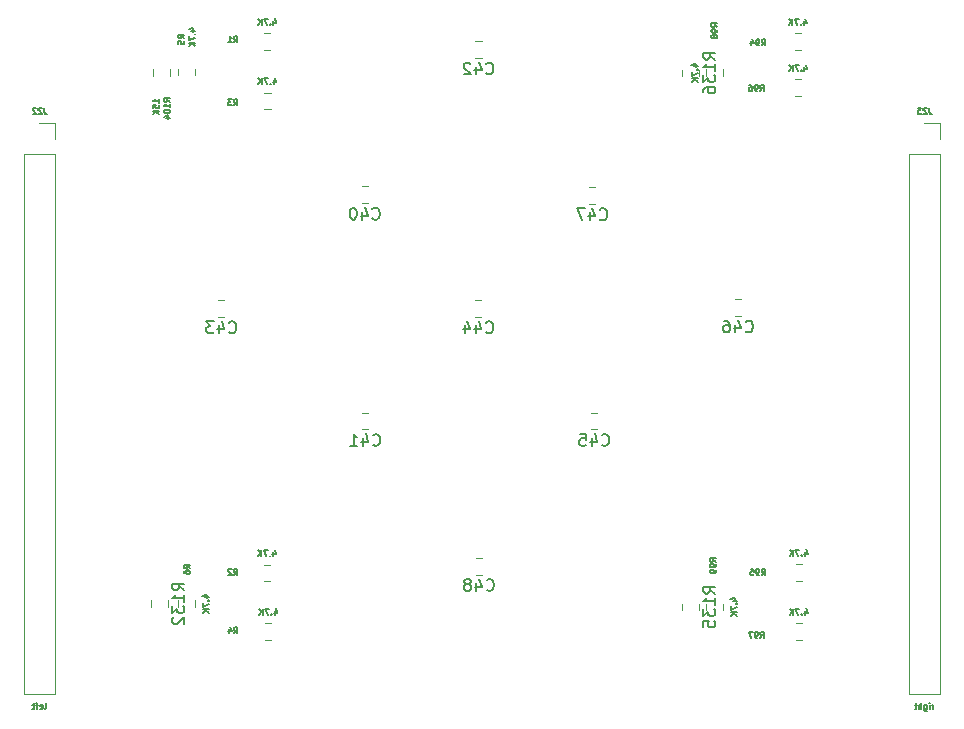
<source format=gbr>
G04 #@! TF.GenerationSoftware,KiCad,Pcbnew,(5.1.5-0)*
G04 #@! TF.CreationDate,2021-05-05T09:22:12-05:00*
G04 #@! TF.ProjectId,bells-venn,62656c6c-732d-4766-956e-6e2e6b696361,rev?*
G04 #@! TF.SameCoordinates,Original*
G04 #@! TF.FileFunction,Legend,Bot*
G04 #@! TF.FilePolarity,Positive*
%FSLAX46Y46*%
G04 Gerber Fmt 4.6, Leading zero omitted, Abs format (unit mm)*
G04 Created by KiCad (PCBNEW (5.1.5-0)) date 2021-05-05 09:22:12*
%MOMM*%
%LPD*%
G04 APERTURE LIST*
%ADD10C,0.120000*%
%ADD11C,0.150000*%
%ADD12C,0.127000*%
G04 APERTURE END LIST*
D10*
X169112000Y-36084252D02*
X169112000Y-35561748D01*
X167692000Y-36084252D02*
X167692000Y-35561748D01*
X140572748Y-46861800D02*
X141095252Y-46861800D01*
X140572748Y-45441800D02*
X141095252Y-45441800D01*
X140623548Y-64593400D02*
X141146052Y-64593400D01*
X140623548Y-66013400D02*
X141146052Y-66013400D01*
X150199348Y-34568200D02*
X150721852Y-34568200D01*
X150199348Y-33148200D02*
X150721852Y-33148200D01*
X128431548Y-55068400D02*
X128954052Y-55068400D01*
X128431548Y-56488400D02*
X128954052Y-56488400D01*
X150191948Y-56488400D02*
X150714452Y-56488400D01*
X150191948Y-55068400D02*
X150714452Y-55068400D01*
X160003748Y-64593400D02*
X160526252Y-64593400D01*
X160003748Y-66013400D02*
X160526252Y-66013400D01*
X172170348Y-56412200D02*
X172692852Y-56412200D01*
X172170348Y-54992200D02*
X172692852Y-54992200D01*
X159825948Y-45492600D02*
X160348452Y-45492600D01*
X159825948Y-46912600D02*
X160348452Y-46912600D01*
X150242748Y-78307000D02*
X150765252Y-78307000D01*
X150242748Y-76887000D02*
X150765252Y-76887000D01*
X171144000Y-80773748D02*
X171144000Y-81296252D01*
X169724000Y-80773748D02*
X169724000Y-81296252D01*
X177306448Y-78840400D02*
X177828952Y-78840400D01*
X177306448Y-77420400D02*
X177828952Y-77420400D01*
X132335748Y-38924300D02*
X132858252Y-38924300D01*
X132335748Y-37504300D02*
X132858252Y-37504300D01*
X177242948Y-33895100D02*
X177765452Y-33895100D01*
X177242948Y-32475100D02*
X177765452Y-32475100D01*
X169724000Y-36066252D02*
X169724000Y-35543748D01*
X171144000Y-36066252D02*
X171144000Y-35543748D01*
X132323048Y-32462400D02*
X132845552Y-32462400D01*
X132323048Y-33882400D02*
X132845552Y-33882400D01*
X189544000Y-88452000D02*
X186884000Y-88452000D01*
X189544000Y-42672000D02*
X189544000Y-88452000D01*
X186884000Y-42672000D02*
X186884000Y-88452000D01*
X189544000Y-42672000D02*
X186884000Y-42672000D01*
X189544000Y-41402000D02*
X189544000Y-40072000D01*
X189544000Y-40072000D02*
X188214000Y-40072000D01*
X125020000Y-36040852D02*
X125020000Y-35518348D01*
X126440000Y-36040852D02*
X126440000Y-35518348D01*
X132411948Y-83831500D02*
X132934452Y-83831500D01*
X132411948Y-82411500D02*
X132934452Y-82411500D01*
X132297648Y-77458500D02*
X132820152Y-77458500D01*
X132297648Y-78878500D02*
X132820152Y-78878500D01*
X114614000Y-40072000D02*
X113284000Y-40072000D01*
X114614000Y-41402000D02*
X114614000Y-40072000D01*
X114614000Y-42672000D02*
X111954000Y-42672000D01*
X111954000Y-42672000D02*
X111954000Y-88452000D01*
X114614000Y-42672000D02*
X114614000Y-88452000D01*
X114614000Y-88452000D02*
X111954000Y-88452000D01*
X177275748Y-36374000D02*
X177798252Y-36374000D01*
X177275748Y-37794000D02*
X177798252Y-37794000D01*
X177306448Y-82411500D02*
X177828952Y-82411500D01*
X177306448Y-83831500D02*
X177828952Y-83831500D01*
X125020000Y-80501748D02*
X125020000Y-81024252D01*
X126440000Y-80501748D02*
X126440000Y-81024252D01*
X124331800Y-36058852D02*
X124331800Y-35536348D01*
X122911800Y-36058852D02*
X122911800Y-35536348D01*
X122734000Y-81024252D02*
X122734000Y-80501748D01*
X124154000Y-81024252D02*
X124154000Y-80501748D01*
X169112000Y-81296252D02*
X169112000Y-80773748D01*
X167692000Y-81296252D02*
X167692000Y-80773748D01*
D11*
X170504380Y-34703952D02*
X170028190Y-34370619D01*
X170504380Y-34132523D02*
X169504380Y-34132523D01*
X169504380Y-34513476D01*
X169552000Y-34608714D01*
X169599619Y-34656333D01*
X169694857Y-34703952D01*
X169837714Y-34703952D01*
X169932952Y-34656333D01*
X169980571Y-34608714D01*
X170028190Y-34513476D01*
X170028190Y-34132523D01*
X170504380Y-35656333D02*
X170504380Y-35084904D01*
X170504380Y-35370619D02*
X169504380Y-35370619D01*
X169647238Y-35275380D01*
X169742476Y-35180142D01*
X169790095Y-35084904D01*
X169504380Y-35989666D02*
X169504380Y-36608714D01*
X169885333Y-36275380D01*
X169885333Y-36418238D01*
X169932952Y-36513476D01*
X169980571Y-36561095D01*
X170075809Y-36608714D01*
X170313904Y-36608714D01*
X170409142Y-36561095D01*
X170456761Y-36513476D01*
X170504380Y-36418238D01*
X170504380Y-36132523D01*
X170456761Y-36037285D01*
X170409142Y-35989666D01*
X169504380Y-37465857D02*
X169504380Y-37275380D01*
X169552000Y-37180142D01*
X169599619Y-37132523D01*
X169742476Y-37037285D01*
X169932952Y-36989666D01*
X170313904Y-36989666D01*
X170409142Y-37037285D01*
X170456761Y-37084904D01*
X170504380Y-37180142D01*
X170504380Y-37370619D01*
X170456761Y-37465857D01*
X170409142Y-37513476D01*
X170313904Y-37561095D01*
X170075809Y-37561095D01*
X169980571Y-37513476D01*
X169932952Y-37465857D01*
X169885333Y-37370619D01*
X169885333Y-37180142D01*
X169932952Y-37084904D01*
X169980571Y-37037285D01*
X170075809Y-36989666D01*
X141476857Y-48158942D02*
X141524476Y-48206561D01*
X141667333Y-48254180D01*
X141762571Y-48254180D01*
X141905428Y-48206561D01*
X142000666Y-48111323D01*
X142048285Y-48016085D01*
X142095904Y-47825609D01*
X142095904Y-47682752D01*
X142048285Y-47492276D01*
X142000666Y-47397038D01*
X141905428Y-47301800D01*
X141762571Y-47254180D01*
X141667333Y-47254180D01*
X141524476Y-47301800D01*
X141476857Y-47349419D01*
X140619714Y-47587514D02*
X140619714Y-48254180D01*
X140857809Y-47206561D02*
X141095904Y-47920847D01*
X140476857Y-47920847D01*
X139905428Y-47254180D02*
X139810190Y-47254180D01*
X139714952Y-47301800D01*
X139667333Y-47349419D01*
X139619714Y-47444657D01*
X139572095Y-47635133D01*
X139572095Y-47873228D01*
X139619714Y-48063704D01*
X139667333Y-48158942D01*
X139714952Y-48206561D01*
X139810190Y-48254180D01*
X139905428Y-48254180D01*
X140000666Y-48206561D01*
X140048285Y-48158942D01*
X140095904Y-48063704D01*
X140143523Y-47873228D01*
X140143523Y-47635133D01*
X140095904Y-47444657D01*
X140048285Y-47349419D01*
X140000666Y-47301800D01*
X139905428Y-47254180D01*
X141527657Y-67310542D02*
X141575276Y-67358161D01*
X141718133Y-67405780D01*
X141813371Y-67405780D01*
X141956228Y-67358161D01*
X142051466Y-67262923D01*
X142099085Y-67167685D01*
X142146704Y-66977209D01*
X142146704Y-66834352D01*
X142099085Y-66643876D01*
X142051466Y-66548638D01*
X141956228Y-66453400D01*
X141813371Y-66405780D01*
X141718133Y-66405780D01*
X141575276Y-66453400D01*
X141527657Y-66501019D01*
X140670514Y-66739114D02*
X140670514Y-67405780D01*
X140908609Y-66358161D02*
X141146704Y-67072447D01*
X140527657Y-67072447D01*
X139622895Y-67405780D02*
X140194323Y-67405780D01*
X139908609Y-67405780D02*
X139908609Y-66405780D01*
X140003847Y-66548638D01*
X140099085Y-66643876D01*
X140194323Y-66691495D01*
X151103457Y-35865342D02*
X151151076Y-35912961D01*
X151293933Y-35960580D01*
X151389171Y-35960580D01*
X151532028Y-35912961D01*
X151627266Y-35817723D01*
X151674885Y-35722485D01*
X151722504Y-35532009D01*
X151722504Y-35389152D01*
X151674885Y-35198676D01*
X151627266Y-35103438D01*
X151532028Y-35008200D01*
X151389171Y-34960580D01*
X151293933Y-34960580D01*
X151151076Y-35008200D01*
X151103457Y-35055819D01*
X150246314Y-35293914D02*
X150246314Y-35960580D01*
X150484409Y-34912961D02*
X150722504Y-35627247D01*
X150103457Y-35627247D01*
X149770123Y-35055819D02*
X149722504Y-35008200D01*
X149627266Y-34960580D01*
X149389171Y-34960580D01*
X149293933Y-35008200D01*
X149246314Y-35055819D01*
X149198695Y-35151057D01*
X149198695Y-35246295D01*
X149246314Y-35389152D01*
X149817742Y-35960580D01*
X149198695Y-35960580D01*
X129335657Y-57785542D02*
X129383276Y-57833161D01*
X129526133Y-57880780D01*
X129621371Y-57880780D01*
X129764228Y-57833161D01*
X129859466Y-57737923D01*
X129907085Y-57642685D01*
X129954704Y-57452209D01*
X129954704Y-57309352D01*
X129907085Y-57118876D01*
X129859466Y-57023638D01*
X129764228Y-56928400D01*
X129621371Y-56880780D01*
X129526133Y-56880780D01*
X129383276Y-56928400D01*
X129335657Y-56976019D01*
X128478514Y-57214114D02*
X128478514Y-57880780D01*
X128716609Y-56833161D02*
X128954704Y-57547447D01*
X128335657Y-57547447D01*
X128049942Y-56880780D02*
X127430895Y-56880780D01*
X127764228Y-57261733D01*
X127621371Y-57261733D01*
X127526133Y-57309352D01*
X127478514Y-57356971D01*
X127430895Y-57452209D01*
X127430895Y-57690304D01*
X127478514Y-57785542D01*
X127526133Y-57833161D01*
X127621371Y-57880780D01*
X127907085Y-57880780D01*
X128002323Y-57833161D01*
X128049942Y-57785542D01*
X151096057Y-57785542D02*
X151143676Y-57833161D01*
X151286533Y-57880780D01*
X151381771Y-57880780D01*
X151524628Y-57833161D01*
X151619866Y-57737923D01*
X151667485Y-57642685D01*
X151715104Y-57452209D01*
X151715104Y-57309352D01*
X151667485Y-57118876D01*
X151619866Y-57023638D01*
X151524628Y-56928400D01*
X151381771Y-56880780D01*
X151286533Y-56880780D01*
X151143676Y-56928400D01*
X151096057Y-56976019D01*
X150238914Y-57214114D02*
X150238914Y-57880780D01*
X150477009Y-56833161D02*
X150715104Y-57547447D01*
X150096057Y-57547447D01*
X149286533Y-57214114D02*
X149286533Y-57880780D01*
X149524628Y-56833161D02*
X149762723Y-57547447D01*
X149143676Y-57547447D01*
X160907857Y-67310542D02*
X160955476Y-67358161D01*
X161098333Y-67405780D01*
X161193571Y-67405780D01*
X161336428Y-67358161D01*
X161431666Y-67262923D01*
X161479285Y-67167685D01*
X161526904Y-66977209D01*
X161526904Y-66834352D01*
X161479285Y-66643876D01*
X161431666Y-66548638D01*
X161336428Y-66453400D01*
X161193571Y-66405780D01*
X161098333Y-66405780D01*
X160955476Y-66453400D01*
X160907857Y-66501019D01*
X160050714Y-66739114D02*
X160050714Y-67405780D01*
X160288809Y-66358161D02*
X160526904Y-67072447D01*
X159907857Y-67072447D01*
X159050714Y-66405780D02*
X159526904Y-66405780D01*
X159574523Y-66881971D01*
X159526904Y-66834352D01*
X159431666Y-66786733D01*
X159193571Y-66786733D01*
X159098333Y-66834352D01*
X159050714Y-66881971D01*
X159003095Y-66977209D01*
X159003095Y-67215304D01*
X159050714Y-67310542D01*
X159098333Y-67358161D01*
X159193571Y-67405780D01*
X159431666Y-67405780D01*
X159526904Y-67358161D01*
X159574523Y-67310542D01*
X173074457Y-57709342D02*
X173122076Y-57756961D01*
X173264933Y-57804580D01*
X173360171Y-57804580D01*
X173503028Y-57756961D01*
X173598266Y-57661723D01*
X173645885Y-57566485D01*
X173693504Y-57376009D01*
X173693504Y-57233152D01*
X173645885Y-57042676D01*
X173598266Y-56947438D01*
X173503028Y-56852200D01*
X173360171Y-56804580D01*
X173264933Y-56804580D01*
X173122076Y-56852200D01*
X173074457Y-56899819D01*
X172217314Y-57137914D02*
X172217314Y-57804580D01*
X172455409Y-56756961D02*
X172693504Y-57471247D01*
X172074457Y-57471247D01*
X171264933Y-56804580D02*
X171455409Y-56804580D01*
X171550647Y-56852200D01*
X171598266Y-56899819D01*
X171693504Y-57042676D01*
X171741123Y-57233152D01*
X171741123Y-57614104D01*
X171693504Y-57709342D01*
X171645885Y-57756961D01*
X171550647Y-57804580D01*
X171360171Y-57804580D01*
X171264933Y-57756961D01*
X171217314Y-57709342D01*
X171169695Y-57614104D01*
X171169695Y-57376009D01*
X171217314Y-57280771D01*
X171264933Y-57233152D01*
X171360171Y-57185533D01*
X171550647Y-57185533D01*
X171645885Y-57233152D01*
X171693504Y-57280771D01*
X171741123Y-57376009D01*
X160730057Y-48209742D02*
X160777676Y-48257361D01*
X160920533Y-48304980D01*
X161015771Y-48304980D01*
X161158628Y-48257361D01*
X161253866Y-48162123D01*
X161301485Y-48066885D01*
X161349104Y-47876409D01*
X161349104Y-47733552D01*
X161301485Y-47543076D01*
X161253866Y-47447838D01*
X161158628Y-47352600D01*
X161015771Y-47304980D01*
X160920533Y-47304980D01*
X160777676Y-47352600D01*
X160730057Y-47400219D01*
X159872914Y-47638314D02*
X159872914Y-48304980D01*
X160111009Y-47257361D02*
X160349104Y-47971647D01*
X159730057Y-47971647D01*
X159444342Y-47304980D02*
X158777676Y-47304980D01*
X159206247Y-48304980D01*
X151146857Y-79604142D02*
X151194476Y-79651761D01*
X151337333Y-79699380D01*
X151432571Y-79699380D01*
X151575428Y-79651761D01*
X151670666Y-79556523D01*
X151718285Y-79461285D01*
X151765904Y-79270809D01*
X151765904Y-79127952D01*
X151718285Y-78937476D01*
X151670666Y-78842238D01*
X151575428Y-78747000D01*
X151432571Y-78699380D01*
X151337333Y-78699380D01*
X151194476Y-78747000D01*
X151146857Y-78794619D01*
X150289714Y-79032714D02*
X150289714Y-79699380D01*
X150527809Y-78651761D02*
X150765904Y-79366047D01*
X150146857Y-79366047D01*
X149623047Y-79127952D02*
X149718285Y-79080333D01*
X149765904Y-79032714D01*
X149813523Y-78937476D01*
X149813523Y-78889857D01*
X149765904Y-78794619D01*
X149718285Y-78747000D01*
X149623047Y-78699380D01*
X149432571Y-78699380D01*
X149337333Y-78747000D01*
X149289714Y-78794619D01*
X149242095Y-78889857D01*
X149242095Y-78937476D01*
X149289714Y-79032714D01*
X149337333Y-79080333D01*
X149432571Y-79127952D01*
X149623047Y-79127952D01*
X149718285Y-79175571D01*
X149765904Y-79223190D01*
X149813523Y-79318428D01*
X149813523Y-79508904D01*
X149765904Y-79604142D01*
X149718285Y-79651761D01*
X149623047Y-79699380D01*
X149432571Y-79699380D01*
X149337333Y-79651761D01*
X149289714Y-79604142D01*
X149242095Y-79508904D01*
X149242095Y-79318428D01*
X149289714Y-79223190D01*
X149337333Y-79175571D01*
X149432571Y-79127952D01*
D12*
X170574909Y-77212228D02*
X170333004Y-77042895D01*
X170574909Y-76921942D02*
X170066909Y-76921942D01*
X170066909Y-77115466D01*
X170091100Y-77163847D01*
X170115290Y-77188038D01*
X170163671Y-77212228D01*
X170236242Y-77212228D01*
X170284623Y-77188038D01*
X170308814Y-77163847D01*
X170333004Y-77115466D01*
X170333004Y-76921942D01*
X170574909Y-77454133D02*
X170574909Y-77550895D01*
X170550719Y-77599276D01*
X170526528Y-77623466D01*
X170453957Y-77671847D01*
X170357195Y-77696038D01*
X170163671Y-77696038D01*
X170115290Y-77671847D01*
X170091100Y-77647657D01*
X170066909Y-77599276D01*
X170066909Y-77502514D01*
X170091100Y-77454133D01*
X170115290Y-77429942D01*
X170163671Y-77405752D01*
X170284623Y-77405752D01*
X170333004Y-77429942D01*
X170357195Y-77454133D01*
X170381385Y-77502514D01*
X170381385Y-77599276D01*
X170357195Y-77647657D01*
X170333004Y-77671847D01*
X170284623Y-77696038D01*
X170574909Y-77937942D02*
X170574909Y-78034704D01*
X170550719Y-78083085D01*
X170526528Y-78107276D01*
X170453957Y-78155657D01*
X170357195Y-78179847D01*
X170163671Y-78179847D01*
X170115290Y-78155657D01*
X170091100Y-78131466D01*
X170066909Y-78083085D01*
X170066909Y-77986323D01*
X170091100Y-77937942D01*
X170115290Y-77913752D01*
X170163671Y-77889561D01*
X170284623Y-77889561D01*
X170333004Y-77913752D01*
X170357195Y-77937942D01*
X170381385Y-77986323D01*
X170381385Y-78083085D01*
X170357195Y-78131466D01*
X170333004Y-78155657D01*
X170284623Y-78179847D01*
D11*
D12*
X171975142Y-80514904D02*
X172313809Y-80514904D01*
X171781619Y-80393952D02*
X172144476Y-80273000D01*
X172144476Y-80587476D01*
X172265428Y-80781000D02*
X172289619Y-80805190D01*
X172313809Y-80781000D01*
X172289619Y-80756809D01*
X172265428Y-80781000D01*
X172313809Y-80781000D01*
X171805809Y-80974523D02*
X171805809Y-81313190D01*
X172313809Y-81095476D01*
X172313809Y-81506714D02*
X171805809Y-81506714D01*
X172313809Y-81797000D02*
X172023523Y-81579285D01*
X171805809Y-81797000D02*
X172096095Y-81506714D01*
D11*
D12*
X174443571Y-78334809D02*
X174612904Y-78092904D01*
X174733857Y-78334809D02*
X174733857Y-77826809D01*
X174540333Y-77826809D01*
X174491952Y-77851000D01*
X174467761Y-77875190D01*
X174443571Y-77923571D01*
X174443571Y-77996142D01*
X174467761Y-78044523D01*
X174491952Y-78068714D01*
X174540333Y-78092904D01*
X174733857Y-78092904D01*
X174201666Y-78334809D02*
X174104904Y-78334809D01*
X174056523Y-78310619D01*
X174032333Y-78286428D01*
X173983952Y-78213857D01*
X173959761Y-78117095D01*
X173959761Y-77923571D01*
X173983952Y-77875190D01*
X174008142Y-77851000D01*
X174056523Y-77826809D01*
X174153285Y-77826809D01*
X174201666Y-77851000D01*
X174225857Y-77875190D01*
X174250047Y-77923571D01*
X174250047Y-78044523D01*
X174225857Y-78092904D01*
X174201666Y-78117095D01*
X174153285Y-78141285D01*
X174056523Y-78141285D01*
X174008142Y-78117095D01*
X173983952Y-78092904D01*
X173959761Y-78044523D01*
X173500142Y-77826809D02*
X173742047Y-77826809D01*
X173766238Y-78068714D01*
X173742047Y-78044523D01*
X173693666Y-78020333D01*
X173572714Y-78020333D01*
X173524333Y-78044523D01*
X173500142Y-78068714D01*
X173475952Y-78117095D01*
X173475952Y-78238047D01*
X173500142Y-78286428D01*
X173524333Y-78310619D01*
X173572714Y-78334809D01*
X173693666Y-78334809D01*
X173742047Y-78310619D01*
X173766238Y-78286428D01*
D11*
D12*
X178087795Y-76371542D02*
X178087795Y-76710209D01*
X178208747Y-76178019D02*
X178329700Y-76540876D01*
X178015223Y-76540876D01*
X177821700Y-76661828D02*
X177797509Y-76686019D01*
X177821700Y-76710209D01*
X177845890Y-76686019D01*
X177821700Y-76661828D01*
X177821700Y-76710209D01*
X177628176Y-76202209D02*
X177289509Y-76202209D01*
X177507223Y-76710209D01*
X177095985Y-76710209D02*
X177095985Y-76202209D01*
X176805700Y-76710209D02*
X177023414Y-76419923D01*
X176805700Y-76202209D02*
X177095985Y-76492495D01*
D11*
D12*
X129751666Y-38583809D02*
X129921000Y-38341904D01*
X130041952Y-38583809D02*
X130041952Y-38075809D01*
X129848428Y-38075809D01*
X129800047Y-38100000D01*
X129775857Y-38124190D01*
X129751666Y-38172571D01*
X129751666Y-38245142D01*
X129775857Y-38293523D01*
X129800047Y-38317714D01*
X129848428Y-38341904D01*
X130041952Y-38341904D01*
X129582333Y-38075809D02*
X129267857Y-38075809D01*
X129437190Y-38269333D01*
X129364619Y-38269333D01*
X129316238Y-38293523D01*
X129292047Y-38317714D01*
X129267857Y-38366095D01*
X129267857Y-38487047D01*
X129292047Y-38535428D01*
X129316238Y-38559619D01*
X129364619Y-38583809D01*
X129509761Y-38583809D01*
X129558142Y-38559619D01*
X129582333Y-38535428D01*
D11*
D12*
X133117095Y-36455442D02*
X133117095Y-36794109D01*
X133238047Y-36261919D02*
X133359000Y-36624776D01*
X133044523Y-36624776D01*
X132851000Y-36745728D02*
X132826809Y-36769919D01*
X132851000Y-36794109D01*
X132875190Y-36769919D01*
X132851000Y-36745728D01*
X132851000Y-36794109D01*
X132657476Y-36286109D02*
X132318809Y-36286109D01*
X132536523Y-36794109D01*
X132125285Y-36794109D02*
X132125285Y-36286109D01*
X131835000Y-36794109D02*
X132052714Y-36503823D01*
X131835000Y-36286109D02*
X132125285Y-36576395D01*
D11*
D12*
X174443571Y-33503809D02*
X174612904Y-33261904D01*
X174733857Y-33503809D02*
X174733857Y-32995809D01*
X174540333Y-32995809D01*
X174491952Y-33020000D01*
X174467761Y-33044190D01*
X174443571Y-33092571D01*
X174443571Y-33165142D01*
X174467761Y-33213523D01*
X174491952Y-33237714D01*
X174540333Y-33261904D01*
X174733857Y-33261904D01*
X174201666Y-33503809D02*
X174104904Y-33503809D01*
X174056523Y-33479619D01*
X174032333Y-33455428D01*
X173983952Y-33382857D01*
X173959761Y-33286095D01*
X173959761Y-33092571D01*
X173983952Y-33044190D01*
X174008142Y-33020000D01*
X174056523Y-32995809D01*
X174153285Y-32995809D01*
X174201666Y-33020000D01*
X174225857Y-33044190D01*
X174250047Y-33092571D01*
X174250047Y-33213523D01*
X174225857Y-33261904D01*
X174201666Y-33286095D01*
X174153285Y-33310285D01*
X174056523Y-33310285D01*
X174008142Y-33286095D01*
X173983952Y-33261904D01*
X173959761Y-33213523D01*
X173524333Y-33165142D02*
X173524333Y-33503809D01*
X173645285Y-32971619D02*
X173766238Y-33334476D01*
X173451761Y-33334476D01*
D11*
D12*
X178024295Y-31426242D02*
X178024295Y-31764909D01*
X178145247Y-31232719D02*
X178266200Y-31595576D01*
X177951723Y-31595576D01*
X177758200Y-31716528D02*
X177734009Y-31740719D01*
X177758200Y-31764909D01*
X177782390Y-31740719D01*
X177758200Y-31716528D01*
X177758200Y-31764909D01*
X177564676Y-31256909D02*
X177226009Y-31256909D01*
X177443723Y-31764909D01*
X177032485Y-31764909D02*
X177032485Y-31256909D01*
X176742200Y-31764909D02*
X176959914Y-31474623D01*
X176742200Y-31256909D02*
X177032485Y-31547195D01*
D11*
D12*
X170689209Y-31938828D02*
X170447304Y-31769495D01*
X170689209Y-31648542D02*
X170181209Y-31648542D01*
X170181209Y-31842066D01*
X170205400Y-31890447D01*
X170229590Y-31914638D01*
X170277971Y-31938828D01*
X170350542Y-31938828D01*
X170398923Y-31914638D01*
X170423114Y-31890447D01*
X170447304Y-31842066D01*
X170447304Y-31648542D01*
X170689209Y-32180733D02*
X170689209Y-32277495D01*
X170665019Y-32325876D01*
X170640828Y-32350066D01*
X170568257Y-32398447D01*
X170471495Y-32422638D01*
X170277971Y-32422638D01*
X170229590Y-32398447D01*
X170205400Y-32374257D01*
X170181209Y-32325876D01*
X170181209Y-32229114D01*
X170205400Y-32180733D01*
X170229590Y-32156542D01*
X170277971Y-32132352D01*
X170398923Y-32132352D01*
X170447304Y-32156542D01*
X170471495Y-32180733D01*
X170495685Y-32229114D01*
X170495685Y-32325876D01*
X170471495Y-32374257D01*
X170447304Y-32398447D01*
X170398923Y-32422638D01*
X170398923Y-32712923D02*
X170374733Y-32664542D01*
X170350542Y-32640352D01*
X170302161Y-32616161D01*
X170277971Y-32616161D01*
X170229590Y-32640352D01*
X170205400Y-32664542D01*
X170181209Y-32712923D01*
X170181209Y-32809685D01*
X170205400Y-32858066D01*
X170229590Y-32882257D01*
X170277971Y-32906447D01*
X170302161Y-32906447D01*
X170350542Y-32882257D01*
X170374733Y-32858066D01*
X170398923Y-32809685D01*
X170398923Y-32712923D01*
X170423114Y-32664542D01*
X170447304Y-32640352D01*
X170495685Y-32616161D01*
X170592447Y-32616161D01*
X170640828Y-32640352D01*
X170665019Y-32664542D01*
X170689209Y-32712923D01*
X170689209Y-32809685D01*
X170665019Y-32858066D01*
X170640828Y-32882257D01*
X170592447Y-32906447D01*
X170495685Y-32906447D01*
X170447304Y-32882257D01*
X170423114Y-32858066D01*
X170398923Y-32809685D01*
D11*
D12*
X168675142Y-35284904D02*
X169013809Y-35284904D01*
X168481619Y-35163952D02*
X168844476Y-35043000D01*
X168844476Y-35357476D01*
X168965428Y-35551000D02*
X168989619Y-35575190D01*
X169013809Y-35551000D01*
X168989619Y-35526809D01*
X168965428Y-35551000D01*
X169013809Y-35551000D01*
X168505809Y-35744523D02*
X168505809Y-36083190D01*
X169013809Y-35865476D01*
X169013809Y-36276714D02*
X168505809Y-36276714D01*
X169013809Y-36567000D02*
X168723523Y-36349285D01*
X168505809Y-36567000D02*
X168796095Y-36276714D01*
D11*
D12*
X129751666Y-33249809D02*
X129921000Y-33007904D01*
X130041952Y-33249809D02*
X130041952Y-32741809D01*
X129848428Y-32741809D01*
X129800047Y-32766000D01*
X129775857Y-32790190D01*
X129751666Y-32838571D01*
X129751666Y-32911142D01*
X129775857Y-32959523D01*
X129800047Y-32983714D01*
X129848428Y-33007904D01*
X130041952Y-33007904D01*
X129267857Y-33249809D02*
X129558142Y-33249809D01*
X129413000Y-33249809D02*
X129413000Y-32741809D01*
X129461380Y-32814380D01*
X129509761Y-32862761D01*
X129558142Y-32886952D01*
D11*
D12*
X133104395Y-31413542D02*
X133104395Y-31752209D01*
X133225347Y-31220019D02*
X133346300Y-31582876D01*
X133031823Y-31582876D01*
X132838300Y-31703828D02*
X132814109Y-31728019D01*
X132838300Y-31752209D01*
X132862490Y-31728019D01*
X132838300Y-31703828D01*
X132838300Y-31752209D01*
X132644776Y-31244209D02*
X132306109Y-31244209D01*
X132523823Y-31752209D01*
X132112585Y-31752209D02*
X132112585Y-31244209D01*
X131822300Y-31752209D02*
X132040014Y-31461923D01*
X131822300Y-31244209D02*
X132112585Y-31534495D01*
D11*
D12*
X188625238Y-38793809D02*
X188625238Y-39156666D01*
X188649428Y-39229238D01*
X188697809Y-39277619D01*
X188770380Y-39301809D01*
X188818761Y-39301809D01*
X188407523Y-38842190D02*
X188383333Y-38818000D01*
X188334952Y-38793809D01*
X188214000Y-38793809D01*
X188165619Y-38818000D01*
X188141428Y-38842190D01*
X188117238Y-38890571D01*
X188117238Y-38938952D01*
X188141428Y-39011523D01*
X188431714Y-39301809D01*
X188117238Y-39301809D01*
X187947904Y-38793809D02*
X187633428Y-38793809D01*
X187802761Y-38987333D01*
X187730190Y-38987333D01*
X187681809Y-39011523D01*
X187657619Y-39035714D01*
X187633428Y-39084095D01*
X187633428Y-39205047D01*
X187657619Y-39253428D01*
X187681809Y-39277619D01*
X187730190Y-39301809D01*
X187875333Y-39301809D01*
X187923714Y-39277619D01*
X187947904Y-39253428D01*
D11*
D12*
X188976000Y-89681809D02*
X188976000Y-89343142D01*
X188976000Y-89439904D02*
X188951809Y-89391523D01*
X188927619Y-89367333D01*
X188879238Y-89343142D01*
X188830857Y-89343142D01*
X188661523Y-89681809D02*
X188661523Y-89343142D01*
X188661523Y-89173809D02*
X188685714Y-89198000D01*
X188661523Y-89222190D01*
X188637333Y-89198000D01*
X188661523Y-89173809D01*
X188661523Y-89222190D01*
X188201904Y-89343142D02*
X188201904Y-89754380D01*
X188226095Y-89802761D01*
X188250285Y-89826952D01*
X188298666Y-89851142D01*
X188371238Y-89851142D01*
X188419619Y-89826952D01*
X188201904Y-89657619D02*
X188250285Y-89681809D01*
X188347047Y-89681809D01*
X188395428Y-89657619D01*
X188419619Y-89633428D01*
X188443809Y-89585047D01*
X188443809Y-89439904D01*
X188419619Y-89391523D01*
X188395428Y-89367333D01*
X188347047Y-89343142D01*
X188250285Y-89343142D01*
X188201904Y-89367333D01*
X187960000Y-89681809D02*
X187960000Y-89173809D01*
X187742285Y-89681809D02*
X187742285Y-89415714D01*
X187766476Y-89367333D01*
X187814857Y-89343142D01*
X187887428Y-89343142D01*
X187935809Y-89367333D01*
X187960000Y-89391523D01*
X187572952Y-89343142D02*
X187379428Y-89343142D01*
X187500380Y-89173809D02*
X187500380Y-89609238D01*
X187476190Y-89657619D01*
X187427809Y-89681809D01*
X187379428Y-89681809D01*
D11*
D12*
X125553409Y-32909933D02*
X125311504Y-32740600D01*
X125553409Y-32619647D02*
X125045409Y-32619647D01*
X125045409Y-32813171D01*
X125069600Y-32861552D01*
X125093790Y-32885742D01*
X125142171Y-32909933D01*
X125214742Y-32909933D01*
X125263123Y-32885742D01*
X125287314Y-32861552D01*
X125311504Y-32813171D01*
X125311504Y-32619647D01*
X125045409Y-33369552D02*
X125045409Y-33127647D01*
X125287314Y-33103457D01*
X125263123Y-33127647D01*
X125238933Y-33176028D01*
X125238933Y-33296980D01*
X125263123Y-33345361D01*
X125287314Y-33369552D01*
X125335695Y-33393742D01*
X125456647Y-33393742D01*
X125505028Y-33369552D01*
X125529219Y-33345361D01*
X125553409Y-33296980D01*
X125553409Y-33176028D01*
X125529219Y-33127647D01*
X125505028Y-33103457D01*
D11*
D12*
X126154542Y-32271304D02*
X126493209Y-32271304D01*
X125961019Y-32150352D02*
X126323876Y-32029400D01*
X126323876Y-32343876D01*
X126444828Y-32537400D02*
X126469019Y-32561590D01*
X126493209Y-32537400D01*
X126469019Y-32513209D01*
X126444828Y-32537400D01*
X126493209Y-32537400D01*
X125985209Y-32730923D02*
X125985209Y-33069590D01*
X126493209Y-32851876D01*
X126493209Y-33263114D02*
X125985209Y-33263114D01*
X126493209Y-33553400D02*
X126202923Y-33335685D01*
X125985209Y-33553400D02*
X126275495Y-33263114D01*
D11*
D12*
X129751666Y-83287809D02*
X129921000Y-83045904D01*
X130041952Y-83287809D02*
X130041952Y-82779809D01*
X129848428Y-82779809D01*
X129800047Y-82804000D01*
X129775857Y-82828190D01*
X129751666Y-82876571D01*
X129751666Y-82949142D01*
X129775857Y-82997523D01*
X129800047Y-83021714D01*
X129848428Y-83045904D01*
X130041952Y-83045904D01*
X129316238Y-82949142D02*
X129316238Y-83287809D01*
X129437190Y-82755619D02*
X129558142Y-83118476D01*
X129243666Y-83118476D01*
D11*
D12*
X133193295Y-81362642D02*
X133193295Y-81701309D01*
X133314247Y-81169119D02*
X133435200Y-81531976D01*
X133120723Y-81531976D01*
X132927200Y-81652928D02*
X132903009Y-81677119D01*
X132927200Y-81701309D01*
X132951390Y-81677119D01*
X132927200Y-81652928D01*
X132927200Y-81701309D01*
X132733676Y-81193309D02*
X132395009Y-81193309D01*
X132612723Y-81701309D01*
X132201485Y-81701309D02*
X132201485Y-81193309D01*
X131911200Y-81701309D02*
X132128914Y-81411023D01*
X131911200Y-81193309D02*
X132201485Y-81483595D01*
D11*
D12*
X129751666Y-78334809D02*
X129921000Y-78092904D01*
X130041952Y-78334809D02*
X130041952Y-77826809D01*
X129848428Y-77826809D01*
X129800047Y-77851000D01*
X129775857Y-77875190D01*
X129751666Y-77923571D01*
X129751666Y-77996142D01*
X129775857Y-78044523D01*
X129800047Y-78068714D01*
X129848428Y-78092904D01*
X130041952Y-78092904D01*
X129558142Y-77875190D02*
X129533952Y-77851000D01*
X129485571Y-77826809D01*
X129364619Y-77826809D01*
X129316238Y-77851000D01*
X129292047Y-77875190D01*
X129267857Y-77923571D01*
X129267857Y-77971952D01*
X129292047Y-78044523D01*
X129582333Y-78334809D01*
X129267857Y-78334809D01*
D11*
D12*
X133078995Y-76409642D02*
X133078995Y-76748309D01*
X133199947Y-76216119D02*
X133320900Y-76578976D01*
X133006423Y-76578976D01*
X132812900Y-76699928D02*
X132788709Y-76724119D01*
X132812900Y-76748309D01*
X132837090Y-76724119D01*
X132812900Y-76699928D01*
X132812900Y-76748309D01*
X132619376Y-76240309D02*
X132280709Y-76240309D01*
X132498423Y-76748309D01*
X132087185Y-76748309D02*
X132087185Y-76240309D01*
X131796900Y-76748309D02*
X132014614Y-76458023D01*
X131796900Y-76240309D02*
X132087185Y-76530595D01*
D11*
D12*
X113695238Y-38793809D02*
X113695238Y-39156666D01*
X113719428Y-39229238D01*
X113767809Y-39277619D01*
X113840380Y-39301809D01*
X113888761Y-39301809D01*
X113477523Y-38842190D02*
X113453333Y-38818000D01*
X113404952Y-38793809D01*
X113284000Y-38793809D01*
X113235619Y-38818000D01*
X113211428Y-38842190D01*
X113187238Y-38890571D01*
X113187238Y-38938952D01*
X113211428Y-39011523D01*
X113501714Y-39301809D01*
X113187238Y-39301809D01*
X112993714Y-38842190D02*
X112969523Y-38818000D01*
X112921142Y-38793809D01*
X112800190Y-38793809D01*
X112751809Y-38818000D01*
X112727619Y-38842190D01*
X112703428Y-38890571D01*
X112703428Y-38938952D01*
X112727619Y-39011523D01*
X113017904Y-39301809D01*
X112703428Y-39301809D01*
D11*
D12*
X113731523Y-89681809D02*
X113779904Y-89657619D01*
X113804095Y-89609238D01*
X113804095Y-89173809D01*
X113344476Y-89657619D02*
X113392857Y-89681809D01*
X113489619Y-89681809D01*
X113538000Y-89657619D01*
X113562190Y-89609238D01*
X113562190Y-89415714D01*
X113538000Y-89367333D01*
X113489619Y-89343142D01*
X113392857Y-89343142D01*
X113344476Y-89367333D01*
X113320285Y-89415714D01*
X113320285Y-89464095D01*
X113562190Y-89512476D01*
X113175142Y-89343142D02*
X112981619Y-89343142D01*
X113102571Y-89681809D02*
X113102571Y-89246380D01*
X113078380Y-89198000D01*
X113030000Y-89173809D01*
X112981619Y-89173809D01*
X112884857Y-89343142D02*
X112691333Y-89343142D01*
X112812285Y-89173809D02*
X112812285Y-89609238D01*
X112788095Y-89657619D01*
X112739714Y-89681809D01*
X112691333Y-89681809D01*
D11*
D12*
X174311271Y-37364609D02*
X174480604Y-37122704D01*
X174601557Y-37364609D02*
X174601557Y-36856609D01*
X174408033Y-36856609D01*
X174359652Y-36880800D01*
X174335461Y-36904990D01*
X174311271Y-36953371D01*
X174311271Y-37025942D01*
X174335461Y-37074323D01*
X174359652Y-37098514D01*
X174408033Y-37122704D01*
X174601557Y-37122704D01*
X174069366Y-37364609D02*
X173972604Y-37364609D01*
X173924223Y-37340419D01*
X173900033Y-37316228D01*
X173851652Y-37243657D01*
X173827461Y-37146895D01*
X173827461Y-36953371D01*
X173851652Y-36904990D01*
X173875842Y-36880800D01*
X173924223Y-36856609D01*
X174020985Y-36856609D01*
X174069366Y-36880800D01*
X174093557Y-36904990D01*
X174117747Y-36953371D01*
X174117747Y-37074323D01*
X174093557Y-37122704D01*
X174069366Y-37146895D01*
X174020985Y-37171085D01*
X173924223Y-37171085D01*
X173875842Y-37146895D01*
X173851652Y-37122704D01*
X173827461Y-37074323D01*
X173392033Y-36856609D02*
X173488795Y-36856609D01*
X173537176Y-36880800D01*
X173561366Y-36904990D01*
X173609747Y-36977561D01*
X173633938Y-37074323D01*
X173633938Y-37267847D01*
X173609747Y-37316228D01*
X173585557Y-37340419D01*
X173537176Y-37364609D01*
X173440414Y-37364609D01*
X173392033Y-37340419D01*
X173367842Y-37316228D01*
X173343652Y-37267847D01*
X173343652Y-37146895D01*
X173367842Y-37098514D01*
X173392033Y-37074323D01*
X173440414Y-37050133D01*
X173537176Y-37050133D01*
X173585557Y-37074323D01*
X173609747Y-37098514D01*
X173633938Y-37146895D01*
D11*
D12*
X178057095Y-35325142D02*
X178057095Y-35663809D01*
X178178047Y-35131619D02*
X178299000Y-35494476D01*
X177984523Y-35494476D01*
X177791000Y-35615428D02*
X177766809Y-35639619D01*
X177791000Y-35663809D01*
X177815190Y-35639619D01*
X177791000Y-35615428D01*
X177791000Y-35663809D01*
X177597476Y-35155809D02*
X177258809Y-35155809D01*
X177476523Y-35663809D01*
X177065285Y-35663809D02*
X177065285Y-35155809D01*
X176775000Y-35663809D02*
X176992714Y-35373523D01*
X176775000Y-35155809D02*
X177065285Y-35446095D01*
D11*
D12*
X174316571Y-83668809D02*
X174485904Y-83426904D01*
X174606857Y-83668809D02*
X174606857Y-83160809D01*
X174413333Y-83160809D01*
X174364952Y-83185000D01*
X174340761Y-83209190D01*
X174316571Y-83257571D01*
X174316571Y-83330142D01*
X174340761Y-83378523D01*
X174364952Y-83402714D01*
X174413333Y-83426904D01*
X174606857Y-83426904D01*
X174074666Y-83668809D02*
X173977904Y-83668809D01*
X173929523Y-83644619D01*
X173905333Y-83620428D01*
X173856952Y-83547857D01*
X173832761Y-83451095D01*
X173832761Y-83257571D01*
X173856952Y-83209190D01*
X173881142Y-83185000D01*
X173929523Y-83160809D01*
X174026285Y-83160809D01*
X174074666Y-83185000D01*
X174098857Y-83209190D01*
X174123047Y-83257571D01*
X174123047Y-83378523D01*
X174098857Y-83426904D01*
X174074666Y-83451095D01*
X174026285Y-83475285D01*
X173929523Y-83475285D01*
X173881142Y-83451095D01*
X173856952Y-83426904D01*
X173832761Y-83378523D01*
X173663428Y-83160809D02*
X173324761Y-83160809D01*
X173542476Y-83668809D01*
D11*
D12*
X178087795Y-81362642D02*
X178087795Y-81701309D01*
X178208747Y-81169119D02*
X178329700Y-81531976D01*
X178015223Y-81531976D01*
X177821700Y-81652928D02*
X177797509Y-81677119D01*
X177821700Y-81701309D01*
X177845890Y-81677119D01*
X177821700Y-81652928D01*
X177821700Y-81701309D01*
X177628176Y-81193309D02*
X177289509Y-81193309D01*
X177507223Y-81701309D01*
X177095985Y-81701309D02*
X177095985Y-81193309D01*
X176805700Y-81701309D02*
X177023414Y-81411023D01*
X176805700Y-81193309D02*
X177095985Y-81483595D01*
D11*
D12*
X126036009Y-77766333D02*
X125794104Y-77597000D01*
X126036009Y-77476047D02*
X125528009Y-77476047D01*
X125528009Y-77669571D01*
X125552200Y-77717952D01*
X125576390Y-77742142D01*
X125624771Y-77766333D01*
X125697342Y-77766333D01*
X125745723Y-77742142D01*
X125769914Y-77717952D01*
X125794104Y-77669571D01*
X125794104Y-77476047D01*
X125528009Y-78201761D02*
X125528009Y-78105000D01*
X125552200Y-78056619D01*
X125576390Y-78032428D01*
X125648961Y-77984047D01*
X125745723Y-77959857D01*
X125939247Y-77959857D01*
X125987628Y-77984047D01*
X126011819Y-78008238D01*
X126036009Y-78056619D01*
X126036009Y-78153380D01*
X126011819Y-78201761D01*
X125987628Y-78225952D01*
X125939247Y-78250142D01*
X125818295Y-78250142D01*
X125769914Y-78225952D01*
X125745723Y-78201761D01*
X125721533Y-78153380D01*
X125721533Y-78056619D01*
X125745723Y-78008238D01*
X125769914Y-77984047D01*
X125818295Y-77959857D01*
D11*
D12*
X127271142Y-80242904D02*
X127609809Y-80242904D01*
X127077619Y-80121952D02*
X127440476Y-80001000D01*
X127440476Y-80315476D01*
X127561428Y-80509000D02*
X127585619Y-80533190D01*
X127609809Y-80509000D01*
X127585619Y-80484809D01*
X127561428Y-80509000D01*
X127609809Y-80509000D01*
X127101809Y-80702523D02*
X127101809Y-81041190D01*
X127609809Y-80823476D01*
X127609809Y-81234714D02*
X127101809Y-81234714D01*
X127609809Y-81525000D02*
X127319523Y-81307285D01*
X127101809Y-81525000D02*
X127392095Y-81234714D01*
D11*
D12*
X124359609Y-38260723D02*
X124117704Y-38091390D01*
X124359609Y-37970438D02*
X123851609Y-37970438D01*
X123851609Y-38163961D01*
X123875800Y-38212342D01*
X123899990Y-38236533D01*
X123948371Y-38260723D01*
X124020942Y-38260723D01*
X124069323Y-38236533D01*
X124093514Y-38212342D01*
X124117704Y-38163961D01*
X124117704Y-37970438D01*
X124359609Y-38744533D02*
X124359609Y-38454247D01*
X124359609Y-38599390D02*
X123851609Y-38599390D01*
X123924180Y-38551009D01*
X123972561Y-38502628D01*
X123996752Y-38454247D01*
X123851609Y-39059009D02*
X123851609Y-39107390D01*
X123875800Y-39155771D01*
X123899990Y-39179961D01*
X123948371Y-39204152D01*
X124045133Y-39228342D01*
X124166085Y-39228342D01*
X124262847Y-39204152D01*
X124311228Y-39179961D01*
X124335419Y-39155771D01*
X124359609Y-39107390D01*
X124359609Y-39059009D01*
X124335419Y-39010628D01*
X124311228Y-38986438D01*
X124262847Y-38962247D01*
X124166085Y-38938057D01*
X124045133Y-38938057D01*
X123948371Y-38962247D01*
X123899990Y-38986438D01*
X123875800Y-39010628D01*
X123851609Y-39059009D01*
X124020942Y-39663771D02*
X124359609Y-39663771D01*
X123827419Y-39542819D02*
X124190276Y-39421866D01*
X124190276Y-39736342D01*
X123419809Y-38351438D02*
X123419809Y-38061152D01*
X123419809Y-38206295D02*
X122911809Y-38206295D01*
X122984380Y-38157914D01*
X123032761Y-38109533D01*
X123056952Y-38061152D01*
X122911809Y-38811057D02*
X122911809Y-38569152D01*
X123153714Y-38544961D01*
X123129523Y-38569152D01*
X123105333Y-38617533D01*
X123105333Y-38738485D01*
X123129523Y-38786866D01*
X123153714Y-38811057D01*
X123202095Y-38835247D01*
X123323047Y-38835247D01*
X123371428Y-38811057D01*
X123395619Y-38786866D01*
X123419809Y-38738485D01*
X123419809Y-38617533D01*
X123395619Y-38569152D01*
X123371428Y-38544961D01*
X123419809Y-39052961D02*
X122911809Y-39052961D01*
X123419809Y-39343247D02*
X123129523Y-39125533D01*
X122911809Y-39343247D02*
X123202095Y-39052961D01*
D11*
X125546380Y-79643952D02*
X125070190Y-79310619D01*
X125546380Y-79072523D02*
X124546380Y-79072523D01*
X124546380Y-79453476D01*
X124594000Y-79548714D01*
X124641619Y-79596333D01*
X124736857Y-79643952D01*
X124879714Y-79643952D01*
X124974952Y-79596333D01*
X125022571Y-79548714D01*
X125070190Y-79453476D01*
X125070190Y-79072523D01*
X125546380Y-80596333D02*
X125546380Y-80024904D01*
X125546380Y-80310619D02*
X124546380Y-80310619D01*
X124689238Y-80215380D01*
X124784476Y-80120142D01*
X124832095Y-80024904D01*
X124546380Y-80929666D02*
X124546380Y-81548714D01*
X124927333Y-81215380D01*
X124927333Y-81358238D01*
X124974952Y-81453476D01*
X125022571Y-81501095D01*
X125117809Y-81548714D01*
X125355904Y-81548714D01*
X125451142Y-81501095D01*
X125498761Y-81453476D01*
X125546380Y-81358238D01*
X125546380Y-81072523D01*
X125498761Y-80977285D01*
X125451142Y-80929666D01*
X124641619Y-81929666D02*
X124594000Y-81977285D01*
X124546380Y-82072523D01*
X124546380Y-82310619D01*
X124594000Y-82405857D01*
X124641619Y-82453476D01*
X124736857Y-82501095D01*
X124832095Y-82501095D01*
X124974952Y-82453476D01*
X125546380Y-81882047D01*
X125546380Y-82501095D01*
X170504380Y-79915952D02*
X170028190Y-79582619D01*
X170504380Y-79344523D02*
X169504380Y-79344523D01*
X169504380Y-79725476D01*
X169552000Y-79820714D01*
X169599619Y-79868333D01*
X169694857Y-79915952D01*
X169837714Y-79915952D01*
X169932952Y-79868333D01*
X169980571Y-79820714D01*
X170028190Y-79725476D01*
X170028190Y-79344523D01*
X170504380Y-80868333D02*
X170504380Y-80296904D01*
X170504380Y-80582619D02*
X169504380Y-80582619D01*
X169647238Y-80487380D01*
X169742476Y-80392142D01*
X169790095Y-80296904D01*
X169504380Y-81201666D02*
X169504380Y-81820714D01*
X169885333Y-81487380D01*
X169885333Y-81630238D01*
X169932952Y-81725476D01*
X169980571Y-81773095D01*
X170075809Y-81820714D01*
X170313904Y-81820714D01*
X170409142Y-81773095D01*
X170456761Y-81725476D01*
X170504380Y-81630238D01*
X170504380Y-81344523D01*
X170456761Y-81249285D01*
X170409142Y-81201666D01*
X169504380Y-82725476D02*
X169504380Y-82249285D01*
X169980571Y-82201666D01*
X169932952Y-82249285D01*
X169885333Y-82344523D01*
X169885333Y-82582619D01*
X169932952Y-82677857D01*
X169980571Y-82725476D01*
X170075809Y-82773095D01*
X170313904Y-82773095D01*
X170409142Y-82725476D01*
X170456761Y-82677857D01*
X170504380Y-82582619D01*
X170504380Y-82344523D01*
X170456761Y-82249285D01*
X170409142Y-82201666D01*
M02*

</source>
